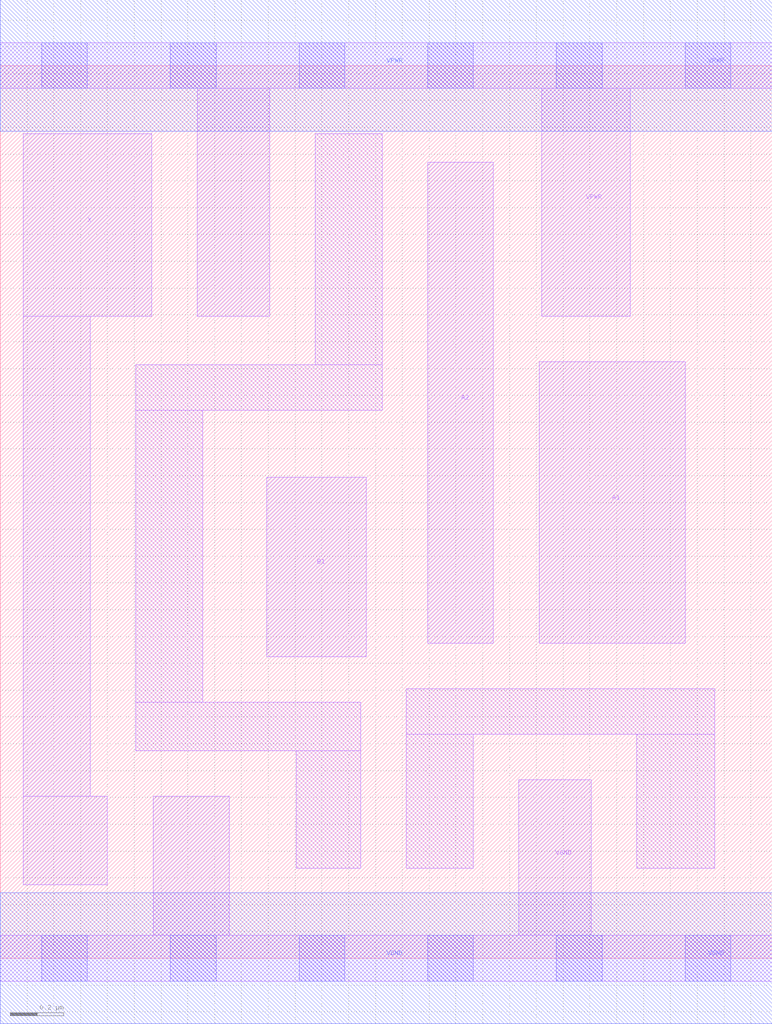
<source format=lef>
# Copyright 2020 The SkyWater PDK Authors
#
# Licensed under the Apache License, Version 2.0 (the "License");
# you may not use this file except in compliance with the License.
# You may obtain a copy of the License at
#
#     https://www.apache.org/licenses/LICENSE-2.0
#
# Unless required by applicable law or agreed to in writing, software
# distributed under the License is distributed on an "AS IS" BASIS,
# WITHOUT WARRANTIES OR CONDITIONS OF ANY KIND, either express or implied.
# See the License for the specific language governing permissions and
# limitations under the License.
#
# SPDX-License-Identifier: Apache-2.0

VERSION 5.7 ;
  NAMESCASESENSITIVE ON ;
  NOWIREEXTENSIONATPIN ON ;
  DIVIDERCHAR "/" ;
  BUSBITCHARS "[]" ;
UNITS
  DATABASE MICRONS 200 ;
END UNITS
MACRO sky130_fd_sc_lp__o21a_0
  CLASS CORE ;
  SOURCE USER ;
  FOREIGN sky130_fd_sc_lp__o21a_0 ;
  ORIGIN  0.000000  0.000000 ;
  SIZE  2.880000 BY  3.330000 ;
  SYMMETRY X Y R90 ;
  SITE unit ;
  PIN A1
    ANTENNAGATEAREA  0.159000 ;
    DIRECTION INPUT ;
    USE SIGNAL ;
    PORT
      LAYER li1 ;
        RECT 2.010000 1.175000 2.555000 2.225000 ;
    END
  END A1
  PIN A2
    ANTENNAGATEAREA  0.159000 ;
    DIRECTION INPUT ;
    USE SIGNAL ;
    PORT
      LAYER li1 ;
        RECT 1.595000 1.175000 1.840000 2.970000 ;
    END
  END A2
  PIN B1
    ANTENNAGATEAREA  0.159000 ;
    DIRECTION INPUT ;
    USE SIGNAL ;
    PORT
      LAYER li1 ;
        RECT 0.995000 1.125000 1.365000 1.795000 ;
    END
  END B1
  PIN X
    ANTENNADIFFAREA  0.280900 ;
    DIRECTION OUTPUT ;
    USE SIGNAL ;
    PORT
      LAYER li1 ;
        RECT 0.085000 0.275000 0.400000 0.605000 ;
        RECT 0.085000 0.605000 0.335000 2.395000 ;
        RECT 0.085000 2.395000 0.565000 3.075000 ;
    END
  END X
  PIN VGND
    DIRECTION INOUT ;
    USE GROUND ;
    PORT
      LAYER li1 ;
        RECT 0.000000 -0.085000 2.880000 0.085000 ;
        RECT 0.570000  0.085000 0.855000 0.605000 ;
        RECT 1.935000  0.085000 2.205000 0.665000 ;
      LAYER mcon ;
        RECT 0.155000 -0.085000 0.325000 0.085000 ;
        RECT 0.635000 -0.085000 0.805000 0.085000 ;
        RECT 1.115000 -0.085000 1.285000 0.085000 ;
        RECT 1.595000 -0.085000 1.765000 0.085000 ;
        RECT 2.075000 -0.085000 2.245000 0.085000 ;
        RECT 2.555000 -0.085000 2.725000 0.085000 ;
      LAYER met1 ;
        RECT 0.000000 -0.245000 2.880000 0.245000 ;
    END
  END VGND
  PIN VPWR
    DIRECTION INOUT ;
    USE POWER ;
    PORT
      LAYER li1 ;
        RECT 0.000000 3.245000 2.880000 3.415000 ;
        RECT 0.735000 2.395000 1.005000 3.245000 ;
        RECT 2.020000 2.395000 2.350000 3.245000 ;
      LAYER mcon ;
        RECT 0.155000 3.245000 0.325000 3.415000 ;
        RECT 0.635000 3.245000 0.805000 3.415000 ;
        RECT 1.115000 3.245000 1.285000 3.415000 ;
        RECT 1.595000 3.245000 1.765000 3.415000 ;
        RECT 2.075000 3.245000 2.245000 3.415000 ;
        RECT 2.555000 3.245000 2.725000 3.415000 ;
      LAYER met1 ;
        RECT 0.000000 3.085000 2.880000 3.575000 ;
    END
  END VPWR
  OBS
    LAYER li1 ;
      RECT 0.505000 0.775000 1.345000 0.955000 ;
      RECT 0.505000 0.955000 0.755000 2.045000 ;
      RECT 0.505000 2.045000 1.425000 2.215000 ;
      RECT 1.105000 0.335000 1.345000 0.775000 ;
      RECT 1.175000 2.215000 1.425000 3.075000 ;
      RECT 1.515000 0.335000 1.765000 0.835000 ;
      RECT 1.515000 0.835000 2.665000 1.005000 ;
      RECT 2.375000 0.335000 2.665000 0.835000 ;
  END
END sky130_fd_sc_lp__o21a_0

</source>
